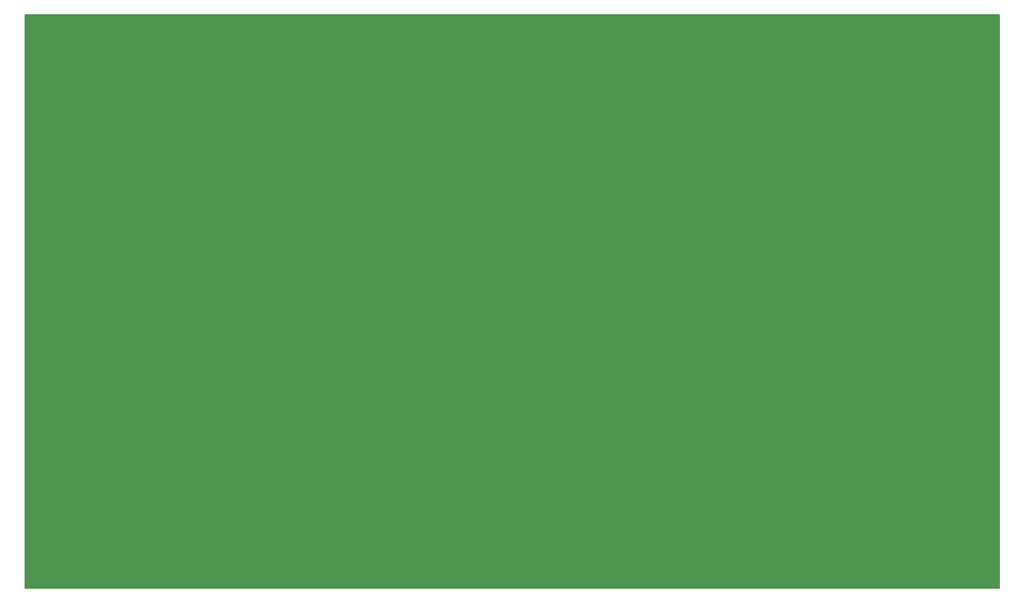
<source format=gtl>
%TF.GenerationSoftware,KiCad,Pcbnew,8.0.4*%
%TF.CreationDate,2024-11-01T21:58:40+03:00*%
%TF.ProjectId,Power,506f7765-722e-46b6-9963-61645f706362,rev?*%
%TF.SameCoordinates,Original*%
%TF.FileFunction,Copper,L1,Top*%
%TF.FilePolarity,Positive*%
%FSLAX46Y46*%
G04 Gerber Fmt 4.6, Leading zero omitted, Abs format (unit mm)*
G04 Created by KiCad (PCBNEW 8.0.4) date 2024-11-01 21:58:40*
%MOMM*%
%LPD*%
G01*
G04 APERTURE LIST*
G04 APERTURE END LIST*
%TA.AperFunction,NonConductor*%
G36*
X235242539Y-54520185D02*
G01*
X235288294Y-54572989D01*
X235299500Y-54624500D01*
X235299500Y-153375500D01*
X235279815Y-153442539D01*
X235227011Y-153488294D01*
X235175500Y-153499500D01*
X67424500Y-153499500D01*
X67357461Y-153479815D01*
X67311706Y-153427011D01*
X67300500Y-153375500D01*
X67300500Y-54624500D01*
X67320185Y-54557461D01*
X67372989Y-54511706D01*
X67424500Y-54500500D01*
X235175500Y-54500500D01*
X235242539Y-54520185D01*
G37*
%TD.AperFunction*%
M02*

</source>
